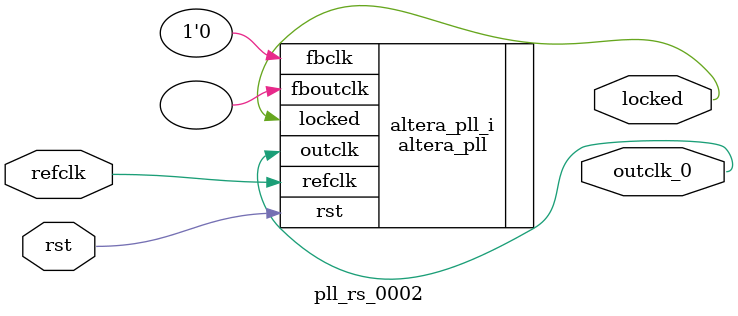
<source format=v>
`timescale 1ns/10ps
module  pll_rs_0002(

	// interface 'refclk'
	input wire refclk,

	// interface 'reset'
	input wire rst,

	// interface 'outclk0'
	output wire outclk_0,

	// interface 'locked'
	output wire locked
);

	altera_pll #(
		.fractional_vco_multiplier("false"),
		.reference_clock_frequency("100.0 MHz"),
		.operation_mode("direct"),
		.number_of_clocks(1),
		.output_clock_frequency0("100.000000 MHz"),
		.phase_shift0("0 ps"),
		.duty_cycle0(50),
		.output_clock_frequency1("0 MHz"),
		.phase_shift1("0 ps"),
		.duty_cycle1(50),
		.output_clock_frequency2("0 MHz"),
		.phase_shift2("0 ps"),
		.duty_cycle2(50),
		.output_clock_frequency3("0 MHz"),
		.phase_shift3("0 ps"),
		.duty_cycle3(50),
		.output_clock_frequency4("0 MHz"),
		.phase_shift4("0 ps"),
		.duty_cycle4(50),
		.output_clock_frequency5("0 MHz"),
		.phase_shift5("0 ps"),
		.duty_cycle5(50),
		.output_clock_frequency6("0 MHz"),
		.phase_shift6("0 ps"),
		.duty_cycle6(50),
		.output_clock_frequency7("0 MHz"),
		.phase_shift7("0 ps"),
		.duty_cycle7(50),
		.output_clock_frequency8("0 MHz"),
		.phase_shift8("0 ps"),
		.duty_cycle8(50),
		.output_clock_frequency9("0 MHz"),
		.phase_shift9("0 ps"),
		.duty_cycle9(50),
		.output_clock_frequency10("0 MHz"),
		.phase_shift10("0 ps"),
		.duty_cycle10(50),
		.output_clock_frequency11("0 MHz"),
		.phase_shift11("0 ps"),
		.duty_cycle11(50),
		.output_clock_frequency12("0 MHz"),
		.phase_shift12("0 ps"),
		.duty_cycle12(50),
		.output_clock_frequency13("0 MHz"),
		.phase_shift13("0 ps"),
		.duty_cycle13(50),
		.output_clock_frequency14("0 MHz"),
		.phase_shift14("0 ps"),
		.duty_cycle14(50),
		.output_clock_frequency15("0 MHz"),
		.phase_shift15("0 ps"),
		.duty_cycle15(50),
		.output_clock_frequency16("0 MHz"),
		.phase_shift16("0 ps"),
		.duty_cycle16(50),
		.output_clock_frequency17("0 MHz"),
		.phase_shift17("0 ps"),
		.duty_cycle17(50),
		.pll_type("General"),
		.pll_subtype("General")
	) altera_pll_i (
		.rst	(rst),
		.outclk	({outclk_0}),
		.locked	(locked),
		.fboutclk	( ),
		.fbclk	(1'b0),
		.refclk	(refclk)
	);
endmodule


</source>
